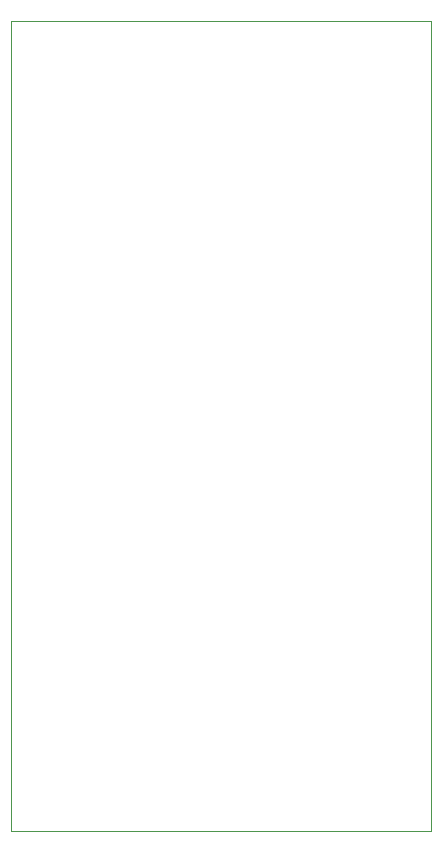
<source format=gbr>
G04 #@! TF.GenerationSoftware,KiCad,Pcbnew,6.0.0-rc1-unknown-f68581d~66~ubuntu16.04.1*
G04 #@! TF.CreationDate,2018-09-27T13:34:13-03:00*
G04 #@! TF.ProjectId,termografia,7465726D6F6772616669612E6B696361,rev?*
G04 #@! TF.SameCoordinates,Original*
G04 #@! TF.FileFunction,Profile,NP*
%FSLAX46Y46*%
G04 Gerber Fmt 4.6, Leading zero omitted, Abs format (unit mm)*
G04 Created by KiCad (PCBNEW 6.0.0-rc1-unknown-f68581d~66~ubuntu16.04.1) date Thu Sep 27 13:34:13 2018*
%MOMM*%
%LPD*%
G01*
G04 APERTURE LIST*
%ADD10C,0.100000*%
G04 APERTURE END LIST*
D10*
X111760000Y-55880000D02*
X114300000Y-55880000D01*
X111760000Y-124460000D02*
X111760000Y-55880000D01*
X114300000Y-124460000D02*
X111760000Y-124460000D01*
X147320000Y-124460000D02*
X114300000Y-124460000D01*
X147320000Y-55880000D02*
X147320000Y-124460000D01*
X114300000Y-55880000D02*
X147320000Y-55880000D01*
M02*

</source>
